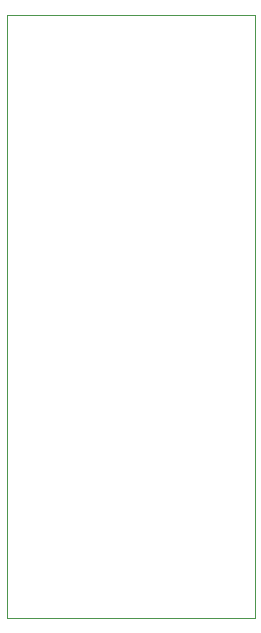
<source format=gbr>
%TF.GenerationSoftware,KiCad,Pcbnew,9.0.6*%
%TF.CreationDate,2026-01-06T13:19:56+05:30*%
%TF.ProjectId,Devboard,44657662-6f61-4726-942e-6b696361645f,rev?*%
%TF.SameCoordinates,Original*%
%TF.FileFunction,Profile,NP*%
%FSLAX46Y46*%
G04 Gerber Fmt 4.6, Leading zero omitted, Abs format (unit mm)*
G04 Created by KiCad (PCBNEW 9.0.6) date 2026-01-06 13:19:56*
%MOMM*%
%LPD*%
G01*
G04 APERTURE LIST*
%TA.AperFunction,Profile*%
%ADD10C,0.050000*%
%TD*%
G04 APERTURE END LIST*
D10*
X55750000Y-20750000D02*
X76750000Y-20750000D01*
X76750000Y-71750000D01*
X55750000Y-71750000D01*
X55750000Y-20750000D01*
M02*

</source>
